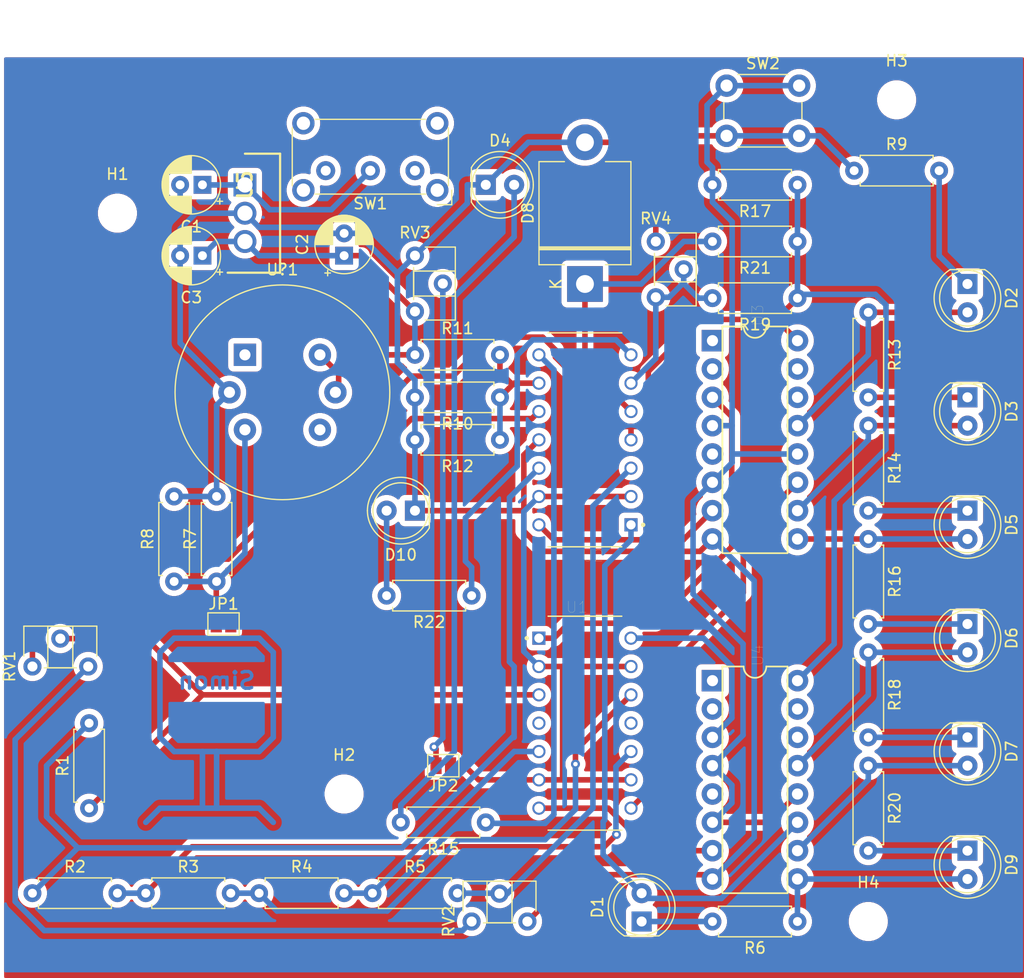
<source format=kicad_pcb>
(kicad_pcb (version 20171130) (host pcbnew "(5.1.10)-1")
  (layers (0 F.Cu signal) (31 B.Cu signal) (34 B.Paste user) (35 F.Paste user) (36 B.SilkS user) (37 F.SilkS user) (38 B.Mask user) (39 F.Mask user) (44 Edge.Cuts user))
  (net 0 "")
  (net 1 GND)
  (net 2 "Net-(C1-Pad1)")
  (net 3 "Net-(C2-Pad1)")
  (net 4 /I)
  (net 5 "Net-(D1-Pad1)")
  (net 6 "Net-(D2-Pad2)")
  (net 7 "Net-(D2-Pad1)")
  (net 8 "Net-(D3-Pad2)")
  (net 9 "Net-(D3-Pad1)")
  (net 10 "Net-(D4-Pad2)")
  (net 11 "Net-(D5-Pad2)")
  (net 12 "Net-(D5-Pad1)")
  (net 13 "Net-(D6-Pad2)")
  (net 14 "Net-(D6-Pad1)")
  (net 15 "Net-(D7-Pad2)")
  (net 16 "Net-(D7-Pad1)")
  (net 17 "Net-(D8-Pad1)")
  (net 18 /B)
  (net 19 "Net-(D9-Pad1)")
  (net 20 "Net-(D10-Pad2)")
  (net 21 "Net-(JP1-Pad1)")
  (net 22 "Net-(JP1-Pad2)")
  (net 23 /A)
  (net 24 "Net-(JP2-Pad2)")
  (net 25 "Net-(R1-Pad2)")
  (net 26 "Net-(R1-Pad1)")
  (net 27 "Net-(R2-Pad2)")
  (net 28 "Net-(R3-Pad2)")
  (net 29 "Net-(R4-Pad2)")
  (net 30 "Net-(R5-Pad2)")
  (net 31 "Net-(R10-Pad1)")
  (net 32 "Net-(R15-Pad1)")
  (net 33 /C)
  (net 34 +5V)
  (net 35 "Net-(R19-Pad2)")
  (net 36 "Net-(R22-Pad1)")
  (net 37 "Net-(RV1-Pad3)")
  (net 38 +12V)
  (net 39 /G)
  (net 40 /F)
  (net 41 /H)
  (net 42 /D)
  (net 43 /E)
  (net 44 "Net-(U3-Pad15)")
  (net 45 "Net-(U3-Pad14)")
  (net 46 "Net-(U3-Pad5)")
  (net 47 "Net-(U3-Pad1)")
  (net 48 "Net-(U4-Pad15)")
  (net 49 "Net-(U4-Pad14)")
  (net 50 "Net-(U4-Pad5)")
  (net 51 "Net-(U4-Pad1)")
  (net 52 "Net-(U?1-Pad4)")
  (net 53 "Net-(U?1-Pad1)")
  (module MountingHole:MountingHole_2.5mm (layer F.Cu) (at 194.31 128.27)
    (fp_text reference H4 (at 0 -3.5) (layer F.SilkS))
    (fp_text value MountingHole)
    (pad 1 np_thru_hole circle (at 0 0) (size 2.5 2.5) (drill 2.5) (layers *.Cu *.Mask))
  )
  (module MountingHole:MountingHole_2.5mm (layer F.Cu) (at 196.85 54.61)
    (fp_text reference H3 (at 0 -3.5) (layer F.SilkS))
    (fp_text value MountingHole)
    (pad 1 np_thru_hole circle (at 0 0) (size 2.5 2.5) (drill 2.5) (layers *.Cu *.Mask))
  )
  (module MountingHole:MountingHole_2.5mm (layer F.Cu) (at 147.32 116.84)
    (fp_text reference H2 (at 0 -3.5) (layer F.SilkS))
    (fp_text value MountingHole)
    (pad 1 np_thru_hole circle (at 0 0) (size 2.5 2.5) (drill 2.5) (layers *.Cu *.Mask))
  )
  (module MountingHole:MountingHole_2.5mm (layer F.Cu) (at 127 64.77)
    (fp_text reference H1 (at 0 -3.5) (layer F.SilkS))
    (fp_text value MountingHole)
    (pad 1 np_thru_hole circle (at 0 0) (size 2.5 2.5) (drill 2.5) (layers *.Cu *.Mask))
  )
  (module Button_Switch_THT:SW_PUSH_6mm_H7.3mm (layer F.Cu) (at 181.61 53.34)
    (fp_text reference SW2 (at 3.25 -2) (layer F.SilkS))
    (fp_text value SW_Push)
    (pad 1 thru_hole circle (at 6.5 0 90) (size 2 2) (drill 1.1) (layers *.Cu *.Mask) (net 33 /C))
    (pad 2 thru_hole circle (at 6.5 4.5 90) (size 2 2) (drill 1.1) (layers *.Cu *.Mask) (net 1 GND))
    (pad 1 thru_hole circle (at 0 0 90) (size 2 2) (drill 1.1) (layers *.Cu *.Mask) (net 33 /C))
    (pad 2 thru_hole circle (at 0 4.5 90) (size 2 2) (drill 1.1) (layers *.Cu *.Mask) (net 1 GND))
  )
  (module Button_Switch_THT:SW_E-Switch_EG1224_SPDT_Angled (layer F.Cu) (at 153.67 60.96 180)
    (fp_text reference SW1 (at 4 -2.95) (layer F.SilkS))
    (fp_text value SW_DPST_x2)
    (pad 3 thru_hole circle (at 8 0 180) (size 1.7 1.7) (drill 0.9) (layers *.Cu *.Mask))
    (pad 2 thru_hole circle (at 4 0 180) (size 1.7 1.7) (drill 0.9) (layers *.Cu *.Mask) (net 2 "Net-(C1-Pad1)"))
    (pad 1 thru_hole circle (at 0 0 180) (size 1.7 1.7) (drill 0.9) (layers *.Cu *.Mask) (net 38 +12V))
    (pad "" thru_hole circle (at -2 4.25 180) (size 2 2) (drill 1.2) (layers *.Cu *.Mask))
    (pad "" thru_hole circle (at 10 4.25 180) (size 2 2) (drill 1.2) (layers *.Cu *.Mask))
    (pad "" thru_hole circle (at 10 -1.75 180) (size 2 2) (drill 1.2) (layers *.Cu *.Mask))
    (pad "" thru_hole circle (at -2 -1.75 180) (size 2 2) (drill 1.2) (layers *.Cu *.Mask))
  )
  (module Diode_THT:D_5KPW_P12.70mm_Horizontal (layer F.Cu) (at 168.91 71.12 90)
    (fp_text reference D8 (at 6.35 -5.12 90) (layer F.SilkS))
    (fp_text value D_Zener_ALT)
    (fp_text user K (at 0 -2.6 90) (layer F.SilkS))
    (pad 2 thru_hole oval (at 12.7 0 90) (size 3.2 3.2) (drill 1.6) (layers *.Cu *.Mask) (net 1 GND))
    (pad 1 thru_hole rect (at 0 0 90) (size 3.2 3.2) (drill 1.6) (layers *.Cu *.Mask) (net 17 "Net-(D8-Pad1)"))
  )
  (module Sensor:MQ-6 (layer F.Cu) (at 138.43 77.47)
    (fp_text reference U?1 (at 3.36 -7.64) (layer F.SilkS))
    (fp_text value MQ-6)
    (pad 6 thru_hole circle (at 6.72 0 270) (size 2 2) (drill 1) (layers *.Cu *.Mask) (net 3 "Net-(C2-Pad1)"))
    (pad 4 thru_hole circle (at 6.72 6.72 180) (size 2 2) (drill 1) (layers *.Cu *.Mask) (net 52 "Net-(U?1-Pad4)"))
    (pad 3 thru_hole circle (at 0 6.72 90) (size 2 2) (drill 1) (layers *.Cu *.Mask) (net 21 "Net-(JP1-Pad1)"))
    (pad 1 thru_hole rect (at 0 0) (size 2 2) (drill 1) (layers *.Cu *.Mask) (net 53 "Net-(U?1-Pad1)"))
    (pad 5 thru_hole circle (at 8.11 3.36) (size 2 2) (drill 1) (layers *.Cu *.Mask) (net 3 "Net-(C2-Pad1)"))
    (pad 2 thru_hole circle (at -1.39 3.36) (size 2 2) (drill 1) (layers *.Cu *.Mask) (net 1 GND))
  )
  (module LM7805:TO254P470X1016X2019-3P (layer F.Cu) (at 138.43 62.24 270)
    (fp_text reference U5 (at 0 0 90) (layer F.SilkS) (effects (font (size 1.27 1.27) (thickness 0.254))))
    (fp_text value L7805 hide)
    (pad 3 thru_hole circle (at 5.07 0 270) (size 2.055 2.055) (drill 1.37) (layers *.Cu *.Mask) (net 3 "Net-(C2-Pad1)"))
    (pad 2 thru_hole circle (at 2.535 0 270) (size 2.055 2.055) (drill 1.37) (layers *.Cu *.Mask) (net 1 GND))
    (pad 1 thru_hole rect (at 0 0 270) (size 2.055 2.055) (drill 1.37) (layers *.Cu *.Mask) (net 2 "Net-(C1-Pad1)"))
  )
  (module Battery:DIL16 (layer F.Cu) (at 184.15 115.57 270)
    (fp_text reference U4 (at -11.176 -0.254 270) (layer F.SilkS) (effects (font (thickness 0.015))))
    (fp_text value 4044)
    (pad 16 thru_hole circle (at -8.89 -3.81 270) (size 1.9304 1.9304) (drill 1) (layers *.Cu *.Mask) (net 34 +5V))
    (pad 15 thru_hole circle (at -6.35 -3.81 270) (size 1.9304 1.9304) (drill 1) (layers *.Cu *.Mask) (net 48 "Net-(U4-Pad15)"))
    (pad 14 thru_hole circle (at -3.81 -3.81 270) (size 1.9304 1.9304) (drill 1) (layers *.Cu *.Mask) (net 49 "Net-(U4-Pad14)"))
    (pad 13 thru_hole circle (at -1.27 -3.81 270) (size 1.9304 1.9304) (drill 1) (layers *.Cu *.Mask) (net 13 "Net-(D6-Pad2)"))
    (pad 12 thru_hole circle (at 1.27 -3.81 270) (size 1.9304 1.9304) (drill 1) (layers *.Cu *.Mask) (net 33 /C))
    (pad 11 thru_hole circle (at 3.81 -3.81 270) (size 1.9304 1.9304) (drill 1) (layers *.Cu *.Mask) (net 4 /I))
    (pad 10 thru_hole circle (at 6.35 -3.81 270) (size 1.9304 1.9304) (drill 1) (layers *.Cu *.Mask) (net 15 "Net-(D7-Pad2)"))
    (pad 9 thru_hole circle (at 8.89 -3.81 270) (size 1.9304 1.9304) (drill 1) (layers *.Cu *.Mask) (net 18 /B))
    (pad 5 thru_hole circle (at 1.27 3.81 270) (size 1.9304 1.9304) (drill 1) (layers *.Cu *.Mask) (net 50 "Net-(U4-Pad5)"))
    (pad 6 thru_hole circle (at 3.81 3.81 270) (size 1.9304 1.9304) (drill 1) (layers *.Cu *.Mask) (net 33 /C))
    (pad 4 thru_hole circle (at -1.27 3.81 270) (size 1.9304 1.9304) (drill 1) (layers *.Cu *.Mask) (net 33 /C))
    (pad 3 thru_hole circle (at -3.81 3.81 270) (size 1.9304 1.9304) (drill 1) (layers *.Cu *.Mask) (net 39 /G))
    (pad 8 thru_hole circle (at 8.89 3.81 270) (size 1.9304 1.9304) (drill 1) (layers *.Cu *.Mask) (net 1 GND))
    (pad 7 thru_hole circle (at 6.35 3.81 270) (size 1.9304 1.9304) (drill 1) (layers *.Cu *.Mask) (net 41 /H))
    (pad 2 thru_hole circle (at -6.35 3.81 270) (size 1.9304 1.9304) (drill 1) (layers *.Cu *.Mask))
    (pad 1 thru_hole rect (at -8.89 3.81 270) (size 1.9304 1.9304) (drill 1) (layers *.Cu *.Mask) (net 51 "Net-(U4-Pad1)"))
  )
  (module Battery:DIL16 (layer F.Cu) (at 184.15 85.09 270)
    (fp_text reference U3 (at -11.176 -0.254 270) (layer F.SilkS) (effects (font (thickness 0.015))))
    (fp_text value 4044)
    (pad 16 thru_hole circle (at -8.89 -3.81 270) (size 1.9304 1.9304) (drill 1) (layers *.Cu *.Mask) (net 34 +5V))
    (pad 15 thru_hole circle (at -6.35 -3.81 270) (size 1.9304 1.9304) (drill 1) (layers *.Cu *.Mask) (net 44 "Net-(U3-Pad15)"))
    (pad 14 thru_hole circle (at -3.81 -3.81 270) (size 1.9304 1.9304) (drill 1) (layers *.Cu *.Mask) (net 45 "Net-(U3-Pad14)"))
    (pad 13 thru_hole circle (at -1.27 -3.81 270) (size 1.9304 1.9304) (drill 1) (layers *.Cu *.Mask) (net 6 "Net-(D2-Pad2)"))
    (pad 12 thru_hole circle (at 1.27 -3.81 270) (size 1.9304 1.9304) (drill 1) (layers *.Cu *.Mask) (net 33 /C))
    (pad 11 thru_hole circle (at 3.81 -3.81 270) (size 1.9304 1.9304) (drill 1) (layers *.Cu *.Mask) (net 40 /F))
    (pad 10 thru_hole circle (at 6.35 -3.81 270) (size 1.9304 1.9304) (drill 1) (layers *.Cu *.Mask) (net 8 "Net-(D3-Pad2)"))
    (pad 9 thru_hole circle (at 8.89 -3.81 270) (size 1.9304 1.9304) (drill 1) (layers *.Cu *.Mask) (net 11 "Net-(D5-Pad2)"))
    (pad 5 thru_hole circle (at 1.27 3.81 270) (size 1.9304 1.9304) (drill 1) (layers *.Cu *.Mask) (net 46 "Net-(U3-Pad5)"))
    (pad 6 thru_hole circle (at 3.81 3.81 270) (size 1.9304 1.9304) (drill 1) (layers *.Cu *.Mask) (net 33 /C))
    (pad 4 thru_hole circle (at -1.27 3.81 270) (size 1.9304 1.9304) (drill 1) (layers *.Cu *.Mask) (net 33 /C))
    (pad 3 thru_hole circle (at -3.81 3.81 270) (size 1.9304 1.9304) (drill 1) (layers *.Cu *.Mask) (net 42 /D))
    (pad 8 thru_hole circle (at 8.89 3.81 270) (size 1.9304 1.9304) (drill 1) (layers *.Cu *.Mask) (net 1 GND))
    (pad 7 thru_hole circle (at 6.35 3.81 270) (size 1.9304 1.9304) (drill 1) (layers *.Cu *.Mask) (net 43 /E))
    (pad 2 thru_hole circle (at -6.35 3.81 270) (size 1.9304 1.9304) (drill 1) (layers *.Cu *.Mask))
    (pad 1 thru_hole rect (at -8.89 3.81 270) (size 1.9304 1.9304) (drill 1) (layers *.Cu *.Mask) (net 47 "Net-(U3-Pad1)"))
  )
  (module Battery:DIP825W47P254L1917H533Q14 (layer F.Cu) (at 168.91 85.09 180)
    (fp_text reference U2 (at -0.717 -10.4005) (layer F.SilkS) (effects (font (thickness 0.015))))
    (fp_text value LM324)
    (pad 14 thru_hole circle (at 4.1275 -7.62 180) (size 1.18 1.18) (drill 0.83) (layers *.Cu *.Mask) (net 43 /E))
    (pad 13 thru_hole circle (at 4.1275 -5.08 180) (size 1.18 1.18) (drill 0.83) (layers *.Cu *.Mask) (net 23 /A))
    (pad 12 thru_hole circle (at 4.1275 -2.54 180) (size 1.18 1.18) (drill 0.83) (layers *.Cu *.Mask) (net 25 "Net-(R1-Pad2)"))
    (pad 11 thru_hole circle (at 4.1275 0 180) (size 1.18 1.18) (drill 0.83) (layers *.Cu *.Mask) (net 1 GND))
    (pad 10 thru_hole circle (at 4.1275 2.54 180) (size 1.18 1.18) (drill 0.83) (layers *.Cu *.Mask) (net 22 "Net-(JP1-Pad2)"))
    (pad 9 thru_hole circle (at 4.1275 5.08 180) (size 1.18 1.18) (drill 0.83) (layers *.Cu *.Mask) (net 31 "Net-(R10-Pad1)"))
    (pad 8 thru_hole circle (at 4.1275 7.62 180) (size 1.18 1.18) (drill 0.83) (layers *.Cu *.Mask) (net 32 "Net-(R15-Pad1)"))
    (pad 7 thru_hole circle (at -4.1275 7.62 180) (size 1.18 1.18) (drill 0.83) (layers *.Cu *.Mask) (net 36 "Net-(R22-Pad1)"))
    (pad 6 thru_hole circle (at -4.1275 5.08 180) (size 1.18 1.18) (drill 0.83) (layers *.Cu *.Mask) (net 35 "Net-(R19-Pad2)"))
    (pad 5 thru_hole circle (at -4.1275 2.54 180) (size 1.18 1.18) (drill 0.83) (layers *.Cu *.Mask) (net 17 "Net-(D8-Pad1)"))
    (pad 4 thru_hole circle (at -4.1275 0 180) (size 1.18 1.18) (drill 0.83) (layers *.Cu *.Mask) (net 34 +5V))
    (pad 3 thru_hole circle (at -4.1275 -2.54 180) (size 1.18 1.18) (drill 0.83) (layers *.Cu *.Mask) (net 30 "Net-(R5-Pad2)"))
    (pad 2 thru_hole circle (at -4.1275 -5.08 180) (size 1.18 1.18) (drill 0.83) (layers *.Cu *.Mask) (net 23 /A))
    (pad 1 thru_hole rect (at -4.1275 -7.62 180) (size 1.18 1.18) (drill 0.83) (layers *.Cu *.Mask) (net 4 /I))
  )
  (module Battery:DIP825W47P254L1917H533Q14 (layer F.Cu) (at 168.91 110.49)
    (fp_text reference U1 (at -0.717 -10.4005) (layer F.SilkS) (effects (font (thickness 0.015))))
    (fp_text value LM324A)
    (pad 14 thru_hole circle (at 4.1275 -7.62) (size 1.18 1.18) (drill 0.83) (layers *.Cu *.Mask) (net 39 /G))
    (pad 13 thru_hole circle (at 4.1275 -5.08) (size 1.18 1.18) (drill 0.83) (layers *.Cu *.Mask) (net 23 /A))
    (pad 12 thru_hole circle (at 4.1275 -2.54) (size 1.18 1.18) (drill 0.83) (layers *.Cu *.Mask) (net 28 "Net-(R3-Pad2)"))
    (pad 11 thru_hole circle (at 4.1275 0) (size 1.18 1.18) (drill 0.83) (layers *.Cu *.Mask))
    (pad 10 thru_hole circle (at 4.1275 2.54) (size 1.18 1.18) (drill 0.83) (layers *.Cu *.Mask) (net 27 "Net-(R2-Pad2)"))
    (pad 9 thru_hole circle (at 4.1275 5.08) (size 1.18 1.18) (drill 0.83) (layers *.Cu *.Mask) (net 23 /A))
    (pad 8 thru_hole circle (at 4.1275 7.62) (size 1.18 1.18) (drill 0.83) (layers *.Cu *.Mask) (net 40 /F))
    (pad 7 thru_hole circle (at -4.1275 7.62) (size 1.18 1.18) (drill 0.83) (layers *.Cu *.Mask) (net 41 /H))
    (pad 6 thru_hole circle (at -4.1275 5.08) (size 1.18 1.18) (drill 0.83) (layers *.Cu *.Mask) (net 23 /A))
    (pad 5 thru_hole circle (at -4.1275 2.54) (size 1.18 1.18) (drill 0.83) (layers *.Cu *.Mask) (net 29 "Net-(R4-Pad2)"))
    (pad 4 thru_hole circle (at -4.1275 0) (size 1.18 1.18) (drill 0.83) (layers *.Cu *.Mask))
    (pad 3 thru_hole circle (at -4.1275 -2.54) (size 1.18 1.18) (drill 0.83) (layers *.Cu *.Mask) (net 26 "Net-(R1-Pad1)"))
    (pad 2 thru_hole circle (at -4.1275 -5.08) (size 1.18 1.18) (drill 0.83) (layers *.Cu *.Mask) (net 23 /A))
    (pad 1 thru_hole rect (at -4.1275 -7.62) (size 1.18 1.18) (drill 0.83) (layers *.Cu *.Mask) (net 42 /D))
  )
  (module Potentiometer_THT:Potentiometer_ACP_CA6-H2,5_Horizontal (layer F.Cu) (at 175.26 67.31)
    (fp_text reference RV4 (at 0 -2.06) (layer F.SilkS))
    (fp_text value R_POT_TRIM)
    (pad 1 thru_hole circle (at 0 0) (size 1.62 1.62) (drill 0.9) (layers *.Cu *.Mask) (net 1 GND))
    (pad 2 thru_hole circle (at 2.5 2.5) (size 1.62 1.62) (drill 0.9) (layers *.Cu *.Mask) (net 35 "Net-(R19-Pad2)"))
    (pad 3 thru_hole circle (at 0 5) (size 1.62 1.62) (drill 0.9) (layers *.Cu *.Mask) (net 35 "Net-(R19-Pad2)"))
  )
  (module Potentiometer_THT:Potentiometer_ACP_CA6-H2,5_Horizontal (layer F.Cu) (at 153.67 68.58)
    (fp_text reference RV3 (at 0 -2.06) (layer F.SilkS))
    (fp_text value R_POT_TRIM)
    (pad 1 thru_hole circle (at 0 0) (size 1.62 1.62) (drill 0.9) (layers *.Cu *.Mask) (net 1 GND))
    (pad 2 thru_hole circle (at 2.5 2.5) (size 1.62 1.62) (drill 0.9) (layers *.Cu *.Mask) (net 24 "Net-(JP2-Pad2)"))
    (pad 3 thru_hole circle (at 0 5) (size 1.62 1.62) (drill 0.9) (layers *.Cu *.Mask) (net 3 "Net-(C2-Pad1)"))
  )
  (module Potentiometer_THT:Potentiometer_ACP_CA6-H2,5_Horizontal (layer F.Cu) (at 158.75 128.27 90)
    (fp_text reference RV2 (at 0 -2.06 90) (layer F.SilkS))
    (fp_text value R_POT_TRIM)
    (pad 1 thru_hole circle (at 0 0 90) (size 1.62 1.62) (drill 0.9) (layers *.Cu *.Mask) (net 37 "Net-(RV1-Pad3)"))
    (pad 2 thru_hole circle (at 2.5 2.5 90) (size 1.62 1.62) (drill 0.9) (layers *.Cu *.Mask) (net 30 "Net-(R5-Pad2)"))
    (pad 3 thru_hole circle (at 0 5 90) (size 1.62 1.62) (drill 0.9) (layers *.Cu *.Mask) (net 1 GND))
  )
  (module Potentiometer_THT:Potentiometer_ACP_CA6-H2,5_Horizontal (layer F.Cu) (at 119.38 105.41 90)
    (fp_text reference RV1 (at 0 -2.06 90) (layer F.SilkS))
    (fp_text value R_POT_TRIM)
    (pad 1 thru_hole circle (at 0 0 90) (size 1.62 1.62) (drill 0.9) (layers *.Cu *.Mask) (net 34 +5V))
    (pad 2 thru_hole circle (at 2.5 2.5 90) (size 1.62 1.62) (drill 0.9) (layers *.Cu *.Mask) (net 26 "Net-(R1-Pad1)"))
    (pad 3 thru_hole circle (at 0 5 90) (size 1.62 1.62) (drill 0.9) (layers *.Cu *.Mask) (net 37 "Net-(RV1-Pad3)"))
  )
  (module Resistor_THT:R_Axial_DIN0207_L6.3mm_D2.5mm_P7.62mm_Horizontal (layer F.Cu) (at 158.75 99.06 180)
    (fp_text reference R22 (at 3.81 -2.37) (layer F.SilkS))
    (fp_text value R)
    (pad 2 thru_hole oval (at 7.62 0 180) (size 1.6 1.6) (drill 0.8) (layers *.Cu *.Mask) (net 20 "Net-(D10-Pad2)"))
    (pad 1 thru_hole circle (at 0 0 180) (size 1.6 1.6) (drill 0.8) (layers *.Cu *.Mask) (net 36 "Net-(R22-Pad1)"))
  )
  (module Resistor_THT:R_Axial_DIN0207_L6.3mm_D2.5mm_P7.62mm_Horizontal (layer F.Cu) (at 187.96 67.31 180)
    (fp_text reference R21 (at 3.81 -2.37) (layer F.SilkS))
    (fp_text value R)
    (pad 2 thru_hole oval (at 7.62 0 180) (size 1.6 1.6) (drill 0.8) (layers *.Cu *.Mask) (net 17 "Net-(D8-Pad1)"))
    (pad 1 thru_hole circle (at 0 0 180) (size 1.6 1.6) (drill 0.8) (layers *.Cu *.Mask) (net 34 +5V))
  )
  (module Resistor_THT:R_Axial_DIN0207_L6.3mm_D2.5mm_P7.62mm_Horizontal (layer F.Cu) (at 194.31 114.3 270)
    (fp_text reference R20 (at 3.81 -2.37 90) (layer F.SilkS))
    (fp_text value R)
    (pad 2 thru_hole oval (at 7.62 0 270) (size 1.6 1.6) (drill 0.8) (layers *.Cu *.Mask) (net 19 "Net-(D9-Pad1)"))
    (pad 1 thru_hole circle (at 0 0 270) (size 1.6 1.6) (drill 0.8) (layers *.Cu *.Mask) (net 15 "Net-(D7-Pad2)"))
  )
  (module Resistor_THT:R_Axial_DIN0207_L6.3mm_D2.5mm_P7.62mm_Horizontal (layer F.Cu) (at 187.96 72.39 180)
    (fp_text reference R19 (at 3.81 -2.37) (layer F.SilkS))
    (fp_text value R)
    (pad 2 thru_hole oval (at 7.62 0 180) (size 1.6 1.6) (drill 0.8) (layers *.Cu *.Mask) (net 35 "Net-(R19-Pad2)"))
    (pad 1 thru_hole circle (at 0 0 180) (size 1.6 1.6) (drill 0.8) (layers *.Cu *.Mask) (net 34 +5V))
  )
  (module Resistor_THT:R_Axial_DIN0207_L6.3mm_D2.5mm_P7.62mm_Horizontal (layer F.Cu) (at 194.31 104.14 270)
    (fp_text reference R18 (at 3.81 -2.37 90) (layer F.SilkS))
    (fp_text value R)
    (pad 2 thru_hole oval (at 7.62 0 270) (size 1.6 1.6) (drill 0.8) (layers *.Cu *.Mask) (net 16 "Net-(D7-Pad1)"))
    (pad 1 thru_hole circle (at 0 0 270) (size 1.6 1.6) (drill 0.8) (layers *.Cu *.Mask) (net 13 "Net-(D6-Pad2)"))
  )
  (module Resistor_THT:R_Axial_DIN0207_L6.3mm_D2.5mm_P7.62mm_Horizontal (layer F.Cu) (at 187.96 62.23 180)
    (fp_text reference R17 (at 3.81 -2.37) (layer F.SilkS))
    (fp_text value R)
    (pad 2 thru_hole oval (at 7.62 0 180) (size 1.6 1.6) (drill 0.8) (layers *.Cu *.Mask) (net 33 /C))
    (pad 1 thru_hole circle (at 0 0 180) (size 1.6 1.6) (drill 0.8) (layers *.Cu *.Mask) (net 34 +5V))
  )
  (module Resistor_THT:R_Axial_DIN0207_L6.3mm_D2.5mm_P7.62mm_Horizontal (layer F.Cu) (at 194.31 93.98 270)
    (fp_text reference R16 (at 3.81 -2.37 90) (layer F.SilkS))
    (fp_text value R)
    (pad 2 thru_hole oval (at 7.62 0 270) (size 1.6 1.6) (drill 0.8) (layers *.Cu *.Mask) (net 14 "Net-(D6-Pad1)"))
    (pad 1 thru_hole circle (at 0 0 270) (size 1.6 1.6) (drill 0.8) (layers *.Cu *.Mask) (net 11 "Net-(D5-Pad2)"))
  )
  (module Resistor_THT:R_Axial_DIN0207_L6.3mm_D2.5mm_P7.62mm_Horizontal (layer F.Cu) (at 160.02 119.38 180)
    (fp_text reference R15 (at 3.81 -2.37) (layer F.SilkS))
    (fp_text value R)
    (pad 2 thru_hole oval (at 7.62 0 180) (size 1.6 1.6) (drill 0.8) (layers *.Cu *.Mask) (net 10 "Net-(D4-Pad2)"))
    (pad 1 thru_hole circle (at 0 0 180) (size 1.6 1.6) (drill 0.8) (layers *.Cu *.Mask) (net 32 "Net-(R15-Pad1)"))
  )
  (module Resistor_THT:R_Axial_DIN0207_L6.3mm_D2.5mm_P7.62mm_Horizontal (layer F.Cu) (at 194.31 83.82 270)
    (fp_text reference R14 (at 3.81 -2.37 90) (layer F.SilkS))
    (fp_text value R)
    (pad 2 thru_hole oval (at 7.62 0 270) (size 1.6 1.6) (drill 0.8) (layers *.Cu *.Mask) (net 12 "Net-(D5-Pad1)"))
    (pad 1 thru_hole circle (at 0 0 270) (size 1.6 1.6) (drill 0.8) (layers *.Cu *.Mask) (net 8 "Net-(D3-Pad2)"))
  )
  (module Resistor_THT:R_Axial_DIN0207_L6.3mm_D2.5mm_P7.62mm_Horizontal (layer F.Cu) (at 194.31 73.66 270)
    (fp_text reference R13 (at 3.81 -2.37 90) (layer F.SilkS))
    (fp_text value R)
    (pad 2 thru_hole oval (at 7.62 0 270) (size 1.6 1.6) (drill 0.8) (layers *.Cu *.Mask) (net 9 "Net-(D3-Pad1)"))
    (pad 1 thru_hole circle (at 0 0 270) (size 1.6 1.6) (drill 0.8) (layers *.Cu *.Mask) (net 6 "Net-(D2-Pad2)"))
  )
  (module Resistor_THT:R_Axial_DIN0207_L6.3mm_D2.5mm_P7.62mm_Horizontal (layer F.Cu) (at 161.29 85.09 180)
    (fp_text reference R12 (at 3.81 -2.37) (layer F.SilkS))
    (fp_text value R)
    (pad 2 thru_hole oval (at 7.62 0 180) (size 1.6 1.6) (drill 0.8) (layers *.Cu *.Mask) (net 1 GND))
    (pad 1 thru_hole circle (at 0 0 180) (size 1.6 1.6) (drill 0.8) (layers *.Cu *.Mask) (net 31 "Net-(R10-Pad1)"))
  )
  (module Resistor_THT:R_Axial_DIN0207_L6.3mm_D2.5mm_P7.62mm_Horizontal (layer F.Cu) (at 153.67 77.47)
    (fp_text reference R11 (at 3.81 -2.37) (layer F.SilkS))
    (fp_text value R)
    (pad 2 thru_hole oval (at 7.62 0) (size 1.6 1.6) (drill 0.8) (layers *.Cu *.Mask) (net 31 "Net-(R10-Pad1)"))
    (pad 1 thru_hole circle (at 0 0) (size 1.6 1.6) (drill 0.8) (layers *.Cu *.Mask) (net 3 "Net-(C2-Pad1)"))
  )
  (module Resistor_THT:R_Axial_DIN0207_L6.3mm_D2.5mm_P7.62mm_Horizontal (layer F.Cu) (at 161.29 81.28 180)
    (fp_text reference R10 (at 3.81 -2.37) (layer F.SilkS))
    (fp_text value R)
    (pad 2 thru_hole oval (at 7.62 0 180) (size 1.6 1.6) (drill 0.8) (layers *.Cu *.Mask) (net 1 GND))
    (pad 1 thru_hole circle (at 0 0 180) (size 1.6 1.6) (drill 0.8) (layers *.Cu *.Mask) (net 31 "Net-(R10-Pad1)"))
  )
  (module Resistor_THT:R_Axial_DIN0207_L6.3mm_D2.5mm_P7.62mm_Horizontal (layer F.Cu) (at 193.04 60.96)
    (fp_text reference R9 (at 3.81 -2.37) (layer F.SilkS))
    (fp_text value R)
    (pad 2 thru_hole oval (at 7.62 0) (size 1.6 1.6) (drill 0.8) (layers *.Cu *.Mask) (net 7 "Net-(D2-Pad1)"))
    (pad 1 thru_hole circle (at 0 0) (size 1.6 1.6) (drill 0.8) (layers *.Cu *.Mask) (net 1 GND))
  )
  (module Resistor_THT:R_Axial_DIN0207_L6.3mm_D2.5mm_P7.62mm_Horizontal (layer F.Cu) (at 132.08 97.79 90)
    (fp_text reference R8 (at 3.81 -2.37 90) (layer F.SilkS))
    (fp_text value R)
    (pad 2 thru_hole oval (at 7.62 0 90) (size 1.6 1.6) (drill 0.8) (layers *.Cu *.Mask) (net 1 GND))
    (pad 1 thru_hole circle (at 0 0 90) (size 1.6 1.6) (drill 0.8) (layers *.Cu *.Mask) (net 21 "Net-(JP1-Pad1)"))
  )
  (module Resistor_THT:R_Axial_DIN0207_L6.3mm_D2.5mm_P7.62mm_Horizontal (layer F.Cu) (at 135.89 97.79 90)
    (fp_text reference R7 (at 3.81 -2.37 90) (layer F.SilkS))
    (fp_text value R)
    (pad 2 thru_hole oval (at 7.62 0 90) (size 1.6 1.6) (drill 0.8) (layers *.Cu *.Mask) (net 1 GND))
    (pad 1 thru_hole circle (at 0 0 90) (size 1.6 1.6) (drill 0.8) (layers *.Cu *.Mask) (net 21 "Net-(JP1-Pad1)"))
  )
  (module Resistor_THT:R_Axial_DIN0207_L6.3mm_D2.5mm_P7.62mm_Horizontal (layer F.Cu) (at 187.96 128.27 180)
    (fp_text reference R6 (at 3.81 -2.37) (layer F.SilkS))
    (fp_text value R)
    (pad 2 thru_hole oval (at 7.62 0 180) (size 1.6 1.6) (drill 0.8) (layers *.Cu *.Mask) (net 5 "Net-(D1-Pad1)"))
    (pad 1 thru_hole circle (at 0 0 180) (size 1.6 1.6) (drill 0.8) (layers *.Cu *.Mask) (net 18 /B))
  )
  (module Resistor_THT:R_Axial_DIN0207_L6.3mm_D2.5mm_P7.62mm_Horizontal (layer F.Cu) (at 149.86 125.73)
    (fp_text reference R5 (at 3.81 -2.37) (layer F.SilkS))
    (fp_text value R)
    (pad 2 thru_hole oval (at 7.62 0) (size 1.6 1.6) (drill 0.8) (layers *.Cu *.Mask) (net 30 "Net-(R5-Pad2)"))
    (pad 1 thru_hole circle (at 0 0) (size 1.6 1.6) (drill 0.8) (layers *.Cu *.Mask) (net 29 "Net-(R4-Pad2)"))
  )
  (module Resistor_THT:R_Axial_DIN0207_L6.3mm_D2.5mm_P7.62mm_Horizontal (layer F.Cu) (at 139.7 125.73)
    (fp_text reference R4 (at 3.81 -2.37) (layer F.SilkS))
    (fp_text value R)
    (pad 2 thru_hole oval (at 7.62 0) (size 1.6 1.6) (drill 0.8) (layers *.Cu *.Mask) (net 29 "Net-(R4-Pad2)"))
    (pad 1 thru_hole circle (at 0 0) (size 1.6 1.6) (drill 0.8) (layers *.Cu *.Mask) (net 28 "Net-(R3-Pad2)"))
  )
  (module Resistor_THT:R_Axial_DIN0207_L6.3mm_D2.5mm_P7.62mm_Horizontal (layer F.Cu) (at 129.54 125.73)
    (fp_text reference R3 (at 3.81 -2.37) (layer F.SilkS))
    (fp_text value R)
    (pad 2 thru_hole oval (at 7.62 0) (size 1.6 1.6) (drill 0.8) (layers *.Cu *.Mask) (net 28 "Net-(R3-Pad2)"))
    (pad 1 thru_hole circle (at 0 0) (size 1.6 1.6) (drill 0.8) (layers *.Cu *.Mask) (net 27 "Net-(R2-Pad2)"))
  )
  (module Resistor_THT:R_Axial_DIN0207_L6.3mm_D2.5mm_P7.62mm_Horizontal (layer F.Cu) (at 119.38 125.73)
    (fp_text reference R2 (at 3.81 -2.37) (layer F.SilkS))
    (fp_text value R)
    (pad 2 thru_hole oval (at 7.62 0) (size 1.6 1.6) (drill 0.8) (layers *.Cu *.Mask) (net 27 "Net-(R2-Pad2)"))
    (pad 1 thru_hole circle (at 0 0) (size 1.6 1.6) (drill 0.8) (layers *.Cu *.Mask) (net 25 "Net-(R1-Pad2)"))
  )
  (module Resistor_THT:R_Axial_DIN0207_L6.3mm_D2.5mm_P7.62mm_Horizontal (layer F.Cu) (at 124.46 118.11 90)
    (fp_text reference R1 (at 3.81 -2.37 90) (layer F.SilkS))
    (fp_text value R)
    (pad 2 thru_hole oval (at 7.62 0 90) (size 1.6 1.6) (drill 0.8) (layers *.Cu *.Mask) (net 25 "Net-(R1-Pad2)"))
    (pad 1 thru_hole circle (at 0 0 90) (size 1.6 1.6) (drill 0.8) (layers *.Cu *.Mask) (net 26 "Net-(R1-Pad1)"))
  )
  (module Jumper:SolderJumper-2_P1.3mm_Open_Pad1.0x1.5mm (layer F.Cu) (at 156.21 114.3 180)
    (fp_text reference JP2 (at 0 -1.8) (layer F.SilkS))
    (fp_text value Jumper_NO_Small)
    (pad 1 smd rect (at -0.65 0 180) (size 1 1.5) (layers F.Cu F.Mask) (net 23 /A))
    (pad 2 smd rect (at 0.65 0 180) (size 1 1.5) (layers F.Cu F.Mask) (net 24 "Net-(JP2-Pad2)"))
  )
  (module Jumper:SolderJumper-2_P1.3mm_Open_Pad1.0x1.5mm (layer F.Cu) (at 136.51 101.6)
    (fp_text reference JP1 (at 0 -1.8) (layer F.SilkS))
    (fp_text value Jumper_NO_Small)
    (pad 1 smd rect (at -0.65 0) (size 1 1.5) (layers F.Cu F.Mask) (net 21 "Net-(JP1-Pad1)"))
    (pad 2 smd rect (at 0.65 0) (size 1 1.5) (layers F.Cu F.Mask) (net 22 "Net-(JP1-Pad2)"))
  )
  (module LED_THT:LED_D5.0mm (layer F.Cu) (at 153.67 91.44 180)
    (fp_text reference D10 (at 1.27 -3.96) (layer F.SilkS))
    (fp_text value LED_ALT)
    (pad 2 thru_hole circle (at 2.54 0 180) (size 1.8 1.8) (drill 0.9) (layers *.Cu *.Mask) (net 20 "Net-(D10-Pad2)"))
    (pad 1 thru_hole rect (at 0 0 180) (size 1.8 1.8) (drill 0.9) (layers *.Cu *.Mask) (net 1 GND))
  )
  (module LED_THT:LED_D5.0mm (layer F.Cu) (at 203.2 121.92 270)
    (fp_text reference D9 (at 1.27 -3.96 90) (layer F.SilkS))
    (fp_text value LED_ALT)
    (pad 2 thru_hole circle (at 2.54 0 270) (size 1.8 1.8) (drill 0.9) (layers *.Cu *.Mask) (net 18 /B))
    (pad 1 thru_hole rect (at 0 0 270) (size 1.8 1.8) (drill 0.9) (layers *.Cu *.Mask) (net 19 "Net-(D9-Pad1)"))
  )
  (module LED_THT:LED_D5.0mm (layer F.Cu) (at 203.2 111.76 270)
    (fp_text reference D7 (at 1.27 -3.96 90) (layer F.SilkS))
    (fp_text value LED_ALT)
    (pad 2 thru_hole circle (at 2.54 0 270) (size 1.8 1.8) (drill 0.9) (layers *.Cu *.Mask) (net 15 "Net-(D7-Pad2)"))
    (pad 1 thru_hole rect (at 0 0 270) (size 1.8 1.8) (drill 0.9) (layers *.Cu *.Mask) (net 16 "Net-(D7-Pad1)"))
  )
  (module LED_THT:LED_D5.0mm (layer F.Cu) (at 203.2 101.6 270)
    (fp_text reference D6 (at 1.27 -3.96 90) (layer F.SilkS))
    (fp_text value LED_ALT)
    (pad 2 thru_hole circle (at 2.54 0 270) (size 1.8 1.8) (drill 0.9) (layers *.Cu *.Mask) (net 13 "Net-(D6-Pad2)"))
    (pad 1 thru_hole rect (at 0 0 270) (size 1.8 1.8) (drill 0.9) (layers *.Cu *.Mask) (net 14 "Net-(D6-Pad1)"))
  )
  (module LED_THT:LED_D5.0mm (layer F.Cu) (at 203.2 91.44 270)
    (fp_text reference D5 (at 1.27 -3.96 90) (layer F.SilkS))
    (fp_text value LED_ALT)
    (pad 2 thru_hole circle (at 2.54 0 270) (size 1.8 1.8) (drill 0.9) (layers *.Cu *.Mask) (net 11 "Net-(D5-Pad2)"))
    (pad 1 thru_hole rect (at 0 0 270) (size 1.8 1.8) (drill 0.9) (layers *.Cu *.Mask) (net 12 "Net-(D5-Pad1)"))
  )
  (module LED_THT:LED_D5.0mm (layer F.Cu) (at 160.02 62.23)
    (fp_text reference D4 (at 1.27 -3.96) (layer F.SilkS))
    (fp_text value LED_ALT)
    (pad 2 thru_hole circle (at 2.54 0) (size 1.8 1.8) (drill 0.9) (layers *.Cu *.Mask) (net 10 "Net-(D4-Pad2)"))
    (pad 1 thru_hole rect (at 0 0) (size 1.8 1.8) (drill 0.9) (layers *.Cu *.Mask) (net 1 GND))
  )
  (module LED_THT:LED_D5.0mm (layer F.Cu) (at 203.2 81.28 270)
    (fp_text reference D3 (at 1.27 -3.96 90) (layer F.SilkS))
    (fp_text value LED_ALT)
    (pad 2 thru_hole circle (at 2.54 0 270) (size 1.8 1.8) (drill 0.9) (layers *.Cu *.Mask) (net 8 "Net-(D3-Pad2)"))
    (pad 1 thru_hole rect (at 0 0 270) (size 1.8 1.8) (drill 0.9) (layers *.Cu *.Mask) (net 9 "Net-(D3-Pad1)"))
  )
  (module LED_THT:LED_D5.0mm (layer F.Cu) (at 203.2 71.12 270)
    (fp_text reference D2 (at 1.27 -3.96 90) (layer F.SilkS))
    (fp_text value LED_ALT)
    (pad 2 thru_hole circle (at 2.54 0 270) (size 1.8 1.8) (drill 0.9) (layers *.Cu *.Mask) (net 6 "Net-(D2-Pad2)"))
    (pad 1 thru_hole rect (at 0 0 270) (size 1.8 1.8) (drill 0.9) (layers *.Cu *.Mask) (net 7 "Net-(D2-Pad1)"))
  )
  (module LED_THT:LED_D5.0mm (layer F.Cu) (at 173.99 128.27 90)
    (fp_text reference D1 (at 1.27 -3.96 90) (layer F.SilkS))
    (fp_text value LED_ALT)
    (pad 2 thru_hole circle (at 2.54 0 90) (size 1.8 1.8) (drill 0.9) (layers *.Cu *.Mask) (net 4 /I))
    (pad 1 thru_hole rect (at 0 0 90) (size 1.8 1.8) (drill 0.9) (layers *.Cu *.Mask) (net 5 "Net-(D1-Pad1)"))
  )
  (module Capacitor_THT:CP_Radial_D5.0mm_P2.00mm (layer F.Cu) (at 134.62 68.58 180)
    (fp_text reference C3 (at 1 -3.75) (layer F.SilkS))
    (fp_text value CP)
    (pad 2 thru_hole circle (at 2 0 180) (size 1.6 1.6) (drill 0.8) (layers *.Cu *.Mask) (net 1 GND))
    (pad 1 thru_hole rect (at 0 0 180) (size 1.6 1.6) (drill 0.8) (layers *.Cu *.Mask) (net 3 "Net-(C2-Pad1)"))
  )
  (module Capacitor_THT:CP_Radial_D5.0mm_P2.00mm (layer F.Cu) (at 147.32 68.58 90)
    (fp_text reference C2 (at 1 -3.75 90) (layer F.SilkS))
    (fp_text value C)
    (pad 2 thru_hole circle (at 2 0 90) (size 1.6 1.6) (drill 0.8) (layers *.Cu *.Mask) (net 1 GND))
    (pad 1 thru_hole rect (at 0 0 90) (size 1.6 1.6) (drill 0.8) (layers *.Cu *.Mask) (net 3 "Net-(C2-Pad1)"))
  )
  (module Capacitor_THT:CP_Radial_D5.0mm_P2.00mm (layer F.Cu) (at 134.62 62.23 180)
    (fp_text reference C1 (at 1 -3.75) (layer F.SilkS))
    (fp_text value C)
    (pad 2 thru_hole circle (at 2 0 180) (size 1.6 1.6) (drill 0.8) (layers *.Cu *.Mask) (net 1 GND))
    (pad 1 thru_hole rect (at 0 0 180) (size 1.6 1.6) (drill 0.8) (layers *.Cu *.Mask) (net 2 "Net-(C1-Pad1)"))
  )
  (gr_text "Simon\n" (at 135.89 106.68) (layer B.Cu) (effects (font (size 1.5 1.5) (thickness 0.3)) (justify mirror)))
  (segment (start 139.7 118.11) (end 140.97 119.38) (width 0.5) (layer B.Cu) (net 0))
  (segment (start 135.89 118.11) (end 139.7 118.11) (width 0.5) (layer B.Cu) (net 0))
  (segment (start 139.7 102.87) (end 140.97 104.14) (width 0.5) (layer B.Cu) (net 0))
  (segment (start 139.7 113.03) (end 135.89 113.03) (width 0.5) (layer B.Cu) (net 0))
  (segment (start 140.97 111.76) (end 139.7 113.03) (width 0.5) (layer B.Cu) (net 0))
  (segment (start 140.97 104.14) (end 140.97 111.76) (width 0.5) (layer B.Cu) (net 0))
  (segment (start 132.08 102.87) (end 139.7 102.87) (width 0.5) (layer B.Cu) (net 0))
  (segment (start 135.89 118.11) (end 134.62 118.11) (width 0.5) (layer B.Cu) (net 0))
  (segment (start 135.89 113.03) (end 135.89 118.11) (width 0.5) (layer B.Cu) (net 0))
  (segment (start 134.62 118.11) (end 134.62 113.03) (width 0.5) (layer B.Cu) (net 0))
  (segment (start 132.08 113.03) (end 130.81 111.76) (width 0.5) (layer B.Cu) (net 0))
  (segment (start 130.81 104.14) (end 132.08 102.87) (width 0.5) (layer B.Cu) (net 0))
  (segment (start 134.62 118.11) (end 130.81 118.11) (width 0.5) (layer B.Cu) (net 0))
  (segment (start 135.89 113.03) (end 132.08 113.03) (width 0.5) (layer B.Cu) (net 0))
  (segment (start 130.81 111.76) (end 130.81 104.14) (width 0.5) (layer B.Cu) (net 0))
  (segment (start 130.81 118.11) (end 129.54 119.38) (width 0.5) (layer B.Cu) (net 0))
  (segment (start 180.34 124.46) (end 179.9532 124.0732) (width 0.5) (layer F.Cu) (net 1))
  (segment (start 179.9532 124.0732) (end 167.9468 124.0732) (width 0.5) (layer F.Cu) (net 1))
  (segment (start 167.9468 124.0732) (end 163.75 128.27) (width 0.5) (layer F.Cu) (net 1))
  (segment (start 175.26 58.42) (end 175.26 67.31) (width 0.5) (layer F.Cu) (net 1))
  (segment (start 181.61 57.84) (end 175.84 57.84) (width 0.5) (layer F.Cu) (net 1))
  (segment (start 175.84 57.84) (end 175.26 58.42) (width 0.5) (layer F.Cu) (net 1))
  (segment (start 175.26 58.42) (end 171.2603 58.42) (width 0.5) (layer F.Cu) (net 1))
  (segment (start 163.431 91.44) (end 163.431 86.4415) (width 0.5) (layer F.Cu) (net 1))
  (segment (start 163.431 86.4415) (end 164.7825 85.09) (width 0.5) (layer F.Cu) (net 1))
  (segment (start 180.34 93.98) (end 179.2312 95.0888) (width 0.5) (layer F.Cu) (net 1))
  (segment (start 179.2312 95.0888) (end 165.2553 95.0888) (width 0.5) (layer F.Cu) (net 1))
  (segment (start 165.2553 95.0888) (end 163.431 93.2645) (width 0.5) (layer F.Cu) (net 1))
  (segment (start 163.431 93.2645) (end 163.431 91.44) (width 0.5) (layer F.Cu) (net 1))
  (segment (start 155.3203 91.44) (end 163.431 91.44) (width 0.5) (layer F.Cu) (net 1))
  (segment (start 152.0967 70.1533) (end 152.0967 78.1564) (width 0.5) (layer B.Cu) (net 1))
  (segment (start 152.0967 78.1564) (end 153.67 79.7297) (width 0.5) (layer B.Cu) (net 1))
  (segment (start 153.67 68.58) (end 152.0967 70.1533) (width 0.5) (layer B.Cu) (net 1))
  (segment (start 147.32 66.58) (end 148.5234 66.58) (width 0.5) (layer B.Cu) (net 1))
  (segment (start 148.5234 66.58) (end 152.0967 70.1533) (width 0.5) (layer B.Cu) (net 1))
  (segment (start 180.34 124.46) (end 184.0826 120.7174) (width 0.5) (layer B.Cu) (net 1))
  (segment (start 184.0826 120.7174) (end 184.0826 97.7226) (width 0.5) (layer B.Cu) (net 1))
  (segment (start 184.0826 97.7226) (end 180.34 93.98) (width 0.5) (layer B.Cu) (net 1))
  (segment (start 153.67 91.44) (end 155.3203 91.44) (width 0.5) (layer F.Cu) (net 1))
  (segment (start 153.67 81.28) (end 153.67 79.7297) (width 0.5) (layer B.Cu) (net 1))
  (segment (start 158.3697 62.23) (end 158.3697 63.8803) (width 0.5) (layer B.Cu) (net 1))
  (segment (start 158.3697 63.8803) (end 153.67 68.58) (width 0.5) (layer B.Cu) (net 1))
  (segment (start 137.04 80.83) (end 132.62 76.41) (width 0.5) (layer B.Cu) (net 1))
  (segment (start 132.62 76.41) (end 132.62 68.58) (width 0.5) (layer B.Cu) (net 1))
  (segment (start 135.89 90.17) (end 135.89 81.98) (width 0.5) (layer B.Cu) (net 1))
  (segment (start 135.89 81.98) (end 137.04 80.83) (width 0.5) (layer B.Cu) (net 1))
  (segment (start 168.91 58.42) (end 171.2603 58.42) (width 0.5) (layer F.Cu) (net 1))
  (segment (start 153.67 81.28) (end 153.67 85.09) (width 0.5) (layer B.Cu) (net 1))
  (segment (start 193.04 60.96) (end 189.92 57.84) (width 0.5) (layer B.Cu) (net 1))
  (segment (start 189.92 57.84) (end 188.11 57.84) (width 0.5) (layer B.Cu) (net 1))
  (segment (start 153.67 91.44) (end 153.67 85.09) (width 0.5) (layer B.Cu) (net 1))
  (segment (start 160.02 62.23) (end 158.3697 62.23) (width 0.5) (layer B.Cu) (net 1))
  (segment (start 132.62 63.36137) (end 132.62 62.23) (width 0.5) (layer B.Cu) (net 1))
  (segment (start 134.03363 64.775) (end 132.62 63.36137) (width 0.5) (layer B.Cu) (net 1))
  (segment (start 138.43 64.775) (end 134.03363 64.775) (width 0.5) (layer B.Cu) (net 1))
  (segment (start 132.62 66.18863) (end 134.03363 64.775) (width 0.5) (layer B.Cu) (net 1))
  (segment (start 132.62 68.58) (end 132.62 66.18863) (width 0.5) (layer B.Cu) (net 1))
  (segment (start 146.18863 66.58) (end 145.64863 66.04) (width 0.5) (layer B.Cu) (net 1))
  (segment (start 147.32 66.58) (end 146.18863 66.58) (width 0.5) (layer B.Cu) (net 1))
  (segment (start 139.695 66.04) (end 138.43 64.775) (width 0.5) (layer B.Cu) (net 1))
  (segment (start 145.64863 66.04) (end 139.695 66.04) (width 0.5) (layer B.Cu) (net 1))
  (segment (start 163.83 58.42) (end 160.02 62.23) (width 0.5) (layer B.Cu) (net 1))
  (segment (start 168.91 58.42) (end 163.83 58.42) (width 0.5) (layer B.Cu) (net 1))
  (segment (start 135.89 90.17) (end 132.08 90.17) (width 0.5) (layer B.Cu) (net 1))
  (segment (start 188.11 57.84) (end 181.61 57.84) (width 0.5) (layer B.Cu) (net 1))
  (segment (start 146.169999 64.460001) (end 140.650001 64.460001) (width 0.5) (layer B.Cu) (net 2))
  (segment (start 140.650001 64.460001) (end 138.43 62.24) (width 0.5) (layer B.Cu) (net 2))
  (segment (start 149.67 60.96) (end 146.169999 64.460001) (width 0.5) (layer B.Cu) (net 2))
  (segment (start 134.63 62.24) (end 134.62 62.23) (width 0.5) (layer B.Cu) (net 2))
  (segment (start 138.43 62.24) (end 134.63 62.24) (width 0.5) (layer B.Cu) (net 2))
  (segment (start 146.83 79.15) (end 145.15 77.47) (width 0.5) (layer F.Cu) (net 3))
  (segment (start 153.67 77.47) (end 148.51 77.47) (width 0.5) (layer F.Cu) (net 3))
  (segment (start 148.51 77.47) (end 146.83 79.15) (width 0.5) (layer F.Cu) (net 3))
  (segment (start 146.83 79.15) (end 146.83 80.54) (width 0.5) (layer F.Cu) (net 3))
  (segment (start 146.83 80.54) (end 146.54 80.83) (width 0.5) (layer F.Cu) (net 3))
  (segment (start 147.32 68.58) (end 148.8703 68.58) (width 0.5) (layer F.Cu) (net 3))
  (segment (start 148.8703 68.58) (end 148.8703 68.7803) (width 0.5) (layer F.Cu) (net 3))
  (segment (start 148.8703 68.7803) (end 153.67 73.58) (width 0.5) (layer F.Cu) (net 3))
  (segment (start 153.67 77.47) (end 153.67 73.58) (width 0.5) (layer B.Cu) (net 3))
  (segment (start 135.89 67.31) (end 134.62 68.58) (width 0.5) (layer B.Cu) (net 3))
  (segment (start 138.43 67.31) (end 135.89 67.31) (width 0.5) (layer B.Cu) (net 3))
  (segment (start 139.7 68.58) (end 138.43 67.31) (width 0.5) (layer B.Cu) (net 3))
  (segment (start 147.32 68.58) (end 139.7 68.58) (width 0.5) (layer B.Cu) (net 3))
  (segment (start 173.0375 92.71) (end 173.0375 94.0503) (width 0.5) (layer B.Cu) (net 4))
  (segment (start 173.0375 94.0503) (end 170.6877 96.4001) (width 0.5) (layer B.Cu) (net 4))
  (segment (start 170.6877 96.4001) (end 170.6877 119.1661) (width 0.5) (layer B.Cu) (net 4))
  (segment (start 170.6877 119.1661) (end 170.5363 119.3175) (width 0.5) (layer B.Cu) (net 4))
  (segment (start 170.5363 119.3175) (end 170.5363 122.2763) (width 0.5) (layer B.Cu) (net 4))
  (segment (start 170.5363 122.2763) (end 173.99 125.73) (width 0.5) (layer B.Cu) (net 4))
  (segment (start 173.99 125.73) (end 174.4599 126.1999) (width 0.5) (layer B.Cu) (net 4))
  (segment (start 174.4599 126.1999) (end 181.1401 126.1999) (width 0.5) (layer B.Cu) (net 4))
  (segment (start 181.1401 126.1999) (end 187.96 119.38) (width 0.5) (layer B.Cu) (net 4))
  (segment (start 180.34 128.27) (end 173.99 128.27) (width 0.5) (layer B.Cu) (net 5))
  (segment (start 194.31 73.66) (end 194.31 77.47) (width 0.5) (layer B.Cu) (net 6))
  (segment (start 194.31 77.47) (end 187.96 83.82) (width 0.5) (layer B.Cu) (net 6))
  (segment (start 203.2 73.66) (end 194.31 73.66) (width 0.5) (layer F.Cu) (net 6))
  (segment (start 200.66 68.58) (end 203.2 71.12) (width 0.5) (layer B.Cu) (net 7))
  (segment (start 200.66 60.96) (end 200.66 68.58) (width 0.5) (layer B.Cu) (net 7))
  (segment (start 194.31 83.82) (end 194.31 85.09) (width 0.5) (layer B.Cu) (net 8))
  (segment (start 194.31 85.09) (end 187.96 91.44) (width 0.5) (layer B.Cu) (net 8))
  (segment (start 203.2 83.82) (end 194.31 83.82) (width 0.5) (layer F.Cu) (net 8))
  (segment (start 203.2 81.28) (end 194.31 81.28) (width 0.5) (layer F.Cu) (net 9))
  (segment (start 152.4 119.38) (end 152.4 117.8297) (width 0.5) (layer B.Cu) (net 10))
  (segment (start 162.56 62.23) (end 162.56 66.8968) (width 0.5) (layer B.Cu) (net 10))
  (segment (start 162.56 66.8968) (end 157.1996 72.2572) (width 0.5) (layer B.Cu) (net 10))
  (segment (start 157.1996 72.2572) (end 157.1996 113.0301) (width 0.5) (layer B.Cu) (net 10))
  (segment (start 157.1996 113.0301) (end 152.4 117.8297) (width 0.5) (layer B.Cu) (net 10))
  (segment (start 194.31 93.98) (end 187.96 93.98) (width 0.5) (layer F.Cu) (net 11))
  (segment (start 203.2 93.98) (end 194.31 93.98) (width 0.5) (layer B.Cu) (net 11))
  (segment (start 203.2 91.44) (end 194.31 91.44) (width 0.5) (layer B.Cu) (net 12))
  (segment (start 194.31 104.14) (end 194.31 107.95) (width 0.5) (layer B.Cu) (net 13))
  (segment (start 194.31 107.95) (end 187.96 114.3) (width 0.5) (layer B.Cu) (net 13))
  (segment (start 203.2 104.14) (end 194.31 104.14) (width 0.5) (layer B.Cu) (net 13))
  (segment (start 203.2 101.6) (end 194.31 101.6) (width 0.5) (layer B.Cu) (net 14))
  (segment (start 194.31 114.3) (end 194.31 115.57) (width 0.5) (layer B.Cu) (net 15))
  (segment (start 194.31 115.57) (end 187.96 121.92) (width 0.5) (layer B.Cu) (net 15))
  (segment (start 194.31 114.3) (end 203.2 114.3) (width 0.5) (layer B.Cu) (net 15))
  (segment (start 203.2 111.76) (end 194.31 111.76) (width 0.5) (layer B.Cu) (net 16))
  (segment (start 173.0375 82.55) (end 168.91 78.4225) (width 0.5) (layer F.Cu) (net 17))
  (segment (start 168.91 78.4225) (end 168.91 71.12) (width 0.5) (layer F.Cu) (net 17))
  (segment (start 180.34 67.31) (end 177.76 67.31) (width 0.5) (layer B.Cu) (net 17))
  (segment (start 177.76 67.31) (end 173.95 71.12) (width 0.5) (layer B.Cu) (net 17))
  (segment (start 173.95 71.12) (end 168.91 71.12) (width 0.5) (layer B.Cu) (net 17))
  (segment (start 187.96 128.27) (end 187.96 124.46) (width 0.5) (layer B.Cu) (net 18))
  (segment (start 203.2 124.46) (end 187.96 124.46) (width 0.5) (layer B.Cu) (net 18))
  (segment (start 203.2 121.92) (end 194.31 121.92) (width 0.5) (layer B.Cu) (net 19))
  (segment (start 151.13 91.44) (end 151.13 99.06) (width 0.5) (layer B.Cu) (net 20))
  (segment (start 135.89 97.79) (end 138.43 95.25) (width 0.5) (layer B.Cu) (net 21))
  (segment (start 138.43 95.25) (end 138.43 84.19) (width 0.5) (layer B.Cu) (net 21))
  (segment (start 135.86 97.82) (end 135.89 97.79) (width 0.5) (layer F.Cu) (net 21))
  (segment (start 135.86 100.3498) (end 135.86 97.82) (width 0.5) (layer F.Cu) (net 21))
  (segment (start 135.86 101.6) (end 135.86 100.3498) (width 0.5) (layer F.Cu) (net 21))
  (segment (start 135.89 97.79) (end 132.08 97.79) (width 0.5) (layer B.Cu) (net 21))
  (segment (start 137.16 101.6) (end 137.16 99.405) (width 0.5) (layer F.Cu) (net 22))
  (segment (start 137.16 99.405) (end 153.38 83.185) (width 0.5) (layer F.Cu) (net 22))
  (segment (start 153.38 83.185) (end 164.1475 83.185) (width 0.5) (layer F.Cu) (net 22))
  (segment (start 164.1475 83.185) (end 164.7825 82.55) (width 0.5) (layer F.Cu) (net 22))
  (segment (start 166.9092 115.57) (end 164.7825 115.57) (width 0.5) (layer F.Cu) (net 23))
  (segment (start 173.0375 115.57) (end 166.9092 115.57) (width 0.5) (layer F.Cu) (net 23))
  (segment (start 166.9092 105.41) (end 166.9092 115.57) (width 0.5) (layer F.Cu) (net 23))
  (segment (start 166.9092 105.41) (end 173.0375 105.41) (width 0.5) (layer F.Cu) (net 23))
  (segment (start 164.7825 105.41) (end 166.9092 105.41) (width 0.5) (layer F.Cu) (net 23))
  (segment (start 164.7825 105.41) (end 163.4275 104.055) (width 0.5) (layer B.Cu) (net 23))
  (segment (start 163.4275 104.055) (end 163.4275 91.525) (width 0.5) (layer B.Cu) (net 23))
  (segment (start 163.4275 91.525) (end 164.7825 90.17) (width 0.5) (layer B.Cu) (net 23))
  (segment (start 173.0375 90.17) (end 164.7825 90.17) (width 0.5) (layer F.Cu) (net 23))
  (segment (start 156.86 114.3) (end 158.1103 114.3) (width 0.5) (layer F.Cu) (net 23))
  (segment (start 158.1103 114.3) (end 159.3803 115.57) (width 0.5) (layer F.Cu) (net 23))
  (segment (start 159.3803 115.57) (end 164.7825 115.57) (width 0.5) (layer F.Cu) (net 23))
  (segment (start 155.56 112.7997) (end 155.3756 112.6153) (width 0.5) (layer F.Cu) (net 24))
  (segment (start 156.17 71.08) (end 156.17 111.8209) (width 0.5) (layer B.Cu) (net 24))
  (segment (start 156.17 111.8209) (end 155.3756 112.6153) (width 0.5) (layer B.Cu) (net 24))
  (segment (start 155.56 114.3) (end 155.56 112.7997) (width 0.5) (layer F.Cu) (net 24))
  (via (at 155.3756 112.6153) (size 0.8) (layers F.Cu B.Cu) (net 24))
  (segment (start 123.4441 121.6659) (end 119.38 125.73) (width 0.5) (layer B.Cu) (net 25))
  (segment (start 152.509874 121.6659) (end 123.4441 121.6659) (width 0.5) (layer B.Cu) (net 25))
  (segment (start 162.56 111.76) (end 162.415774 111.76) (width 0.5) (layer B.Cu) (net 25))
  (segment (start 162.415774 111.76) (end 152.509874 121.6659) (width 0.5) (layer B.Cu) (net 25))
  (segment (start 162.145783 90.266717) (end 162.145783 104.995783) (width 0.5) (layer B.Cu) (net 25))
  (segment (start 164.7825 87.63) (end 162.145783 90.266717) (width 0.5) (layer B.Cu) (net 25))
  (segment (start 162.145783 104.995783) (end 162.56 105.41) (width 0.5) (layer B.Cu) (net 25))
  (segment (start 162.56 105.41) (end 162.56 111.76) (width 0.5) (layer B.Cu) (net 25))
  (segment (start 124.46 110.49) (end 120.65 114.3) (width 0.5) (layer B.Cu) (net 25))
  (segment (start 120.65 118.8718) (end 123.4441 121.6659) (width 0.5) (layer B.Cu) (net 25))
  (segment (start 120.65 114.3) (end 120.65 118.8718) (width 0.5) (layer B.Cu) (net 25))
  (segment (start 124.46 118.11) (end 134.62 107.95) (width 0.5) (layer F.Cu) (net 26))
  (segment (start 121.88 102.91) (end 129.58 102.91) (width 0.5) (layer F.Cu) (net 26))
  (segment (start 163.83 107.95) (end 164.7825 107.95) (width 0.5) (layer F.Cu) (net 26))
  (segment (start 134.62 107.95) (end 163.83 107.95) (width 0.5) (layer F.Cu) (net 26))
  (segment (start 129.58 102.91) (end 134.62 107.95) (width 0.5) (layer F.Cu) (net 26))
  (segment (start 171.7324 120.4697) (end 171.6881 120.4254) (width 0.5) (layer B.Cu) (net 27))
  (segment (start 171.6881 120.4254) (end 171.6881 114.3794) (width 0.5) (layer B.Cu) (net 27))
  (segment (start 171.6881 114.3794) (end 173.0375 113.03) (width 0.5) (layer B.Cu) (net 27))
  (segment (start 129.54 125.73) (end 133.7014 121.5686) (width 0.5) (layer F.Cu) (net 27))
  (segment (start 133.7014 121.5686) (end 170.6335 121.5686) (width 0.5) (layer F.Cu) (net 27))
  (segment (start 170.6335 121.5686) (end 171.7324 120.4697) (width 0.5) (layer F.Cu) (net 27))
  (via (at 171.7324 120.4697) (size 0.8) (layers F.Cu B.Cu) (net 27))
  (segment (start 129.54 125.73) (end 127 125.73) (width 0.5) (layer B.Cu) (net 27))
  (segment (start 168.0595 114.1575) (end 168.0595 112.928) (width 0.5) (layer F.Cu) (net 28))
  (segment (start 168.0595 112.928) (end 173.0375 107.95) (width 0.5) (layer F.Cu) (net 28))
  (via (at 168.0595 114.1575) (size 0.8) (layers F.Cu B.Cu) (net 28))
  (segment (start 139.7 125.73) (end 137.16 125.73) (width 0.5) (layer B.Cu) (net 28))
  (segment (start 141.2951 127.3251) (end 139.7 125.73) (width 0.5) (layer B.Cu) (net 28))
  (segment (start 168.0595 114.1575) (end 168.0595 118.2123) (width 0.5) (layer B.Cu) (net 28))
  (segment (start 165.341799 120.930001) (end 157.580799 120.930001) (width 0.5) (layer B.Cu) (net 28))
  (segment (start 168.0595 118.2123) (end 165.341799 120.930001) (width 0.5) (layer B.Cu) (net 28))
  (segment (start 157.580799 120.930001) (end 151.1857 127.3251) (width 0.5) (layer B.Cu) (net 28))
  (segment (start 151.1857 127.3251) (end 141.2951 127.3251) (width 0.5) (layer B.Cu) (net 28))
  (segment (start 149.86 125.73) (end 162.56 113.03) (width 0.5) (layer B.Cu) (net 29))
  (segment (start 162.56 113.03) (end 164.7825 113.03) (width 0.5) (layer B.Cu) (net 29))
  (segment (start 149.86 125.73) (end 147.32 125.73) (width 0.5) (layer B.Cu) (net 29))
  (segment (start 173.0375 87.63) (end 169.6246 91.0429) (width 0.5) (layer B.Cu) (net 30))
  (segment (start 169.6246 91.0429) (end 169.6246 118.093) (width 0.5) (layer B.Cu) (net 30))
  (segment (start 169.6246 118.093) (end 161.9476 125.77) (width 0.5) (layer B.Cu) (net 30))
  (segment (start 161.9476 125.77) (end 161.25 125.77) (width 0.5) (layer B.Cu) (net 30))
  (segment (start 157.48 125.73) (end 161.21 125.73) (width 0.5) (layer B.Cu) (net 30))
  (segment (start 161.21 125.73) (end 161.25 125.77) (width 0.5) (layer B.Cu) (net 30))
  (segment (start 162.4199 80.1501) (end 162.56 80.01) (width 0.5) (layer F.Cu) (net 31))
  (segment (start 162.56 80.01) (end 164.7825 80.01) (width 0.5) (layer F.Cu) (net 31))
  (segment (start 161.29 81.28) (end 162.4199 80.1501) (width 0.5) (layer F.Cu) (net 31))
  (segment (start 161.29 79.0203) (end 162.4199 80.1501) (width 0.5) (layer F.Cu) (net 31))
  (segment (start 161.29 77.47) (end 161.29 79.0203) (width 0.5) (layer F.Cu) (net 31))
  (segment (start 161.29 81.28) (end 161.29 85.09) (width 0.5) (layer B.Cu) (net 31))
  (segment (start 160.02 119.38) (end 160.1099 119.4699) (width 0.5) (layer B.Cu) (net 32))
  (segment (start 160.1099 119.4699) (end 165.3369 119.4699) (width 0.5) (layer B.Cu) (net 32))
  (segment (start 165.3369 119.4699) (end 166.1242 118.6826) (width 0.5) (layer B.Cu) (net 32))
  (segment (start 166.1242 118.6826) (end 166.1242 78.8117) (width 0.5) (layer B.Cu) (net 32))
  (segment (start 166.1242 78.8117) (end 164.7825 77.47) (width 0.5) (layer B.Cu) (net 32))
  (segment (start 180.34 88.9) (end 178.6011 90.6389) (width 0.5) (layer B.Cu) (net 33))
  (segment (start 178.6011 90.6389) (end 178.6011 98.903) (width 0.5) (layer B.Cu) (net 33))
  (segment (start 178.6011 98.903) (end 183.0823 103.3842) (width 0.5) (layer B.Cu) (net 33))
  (segment (start 183.0823 103.3842) (end 183.0823 111.5577) (width 0.5) (layer B.Cu) (net 33))
  (segment (start 183.0823 111.5577) (end 180.34 114.3) (width 0.5) (layer B.Cu) (net 33))
  (segment (start 180.34 119.38) (end 182.0819 117.6381) (width 0.5) (layer B.Cu) (net 33))
  (segment (start 182.0819 117.6381) (end 182.0819 116.0419) (width 0.5) (layer B.Cu) (net 33))
  (segment (start 182.0819 116.0419) (end 180.34 114.3) (width 0.5) (layer B.Cu) (net 33))
  (segment (start 182.1037 86.36) (end 182.1037 87.1363) (width 0.5) (layer B.Cu) (net 33))
  (segment (start 182.1037 87.1363) (end 180.34 88.9) (width 0.5) (layer B.Cu) (net 33))
  (segment (start 180.34 119.38) (end 185.42 119.38) (width 0.5) (layer F.Cu) (net 33))
  (segment (start 185.42 119.38) (end 187.96 116.84) (width 0.5) (layer F.Cu) (net 33))
  (segment (start 182.1037 83.82) (end 182.1037 86.36) (width 0.5) (layer B.Cu) (net 33))
  (segment (start 182.1037 86.36) (end 187.96 86.36) (width 0.5) (layer B.Cu) (net 33))
  (segment (start 180.34 63.7803) (end 182.1037 65.544) (width 0.5) (layer B.Cu) (net 33))
  (segment (start 182.1037 65.544) (end 182.1037 83.82) (width 0.5) (layer B.Cu) (net 33))
  (segment (start 182.1037 83.82) (end 180.34 83.82) (width 0.5) (layer B.Cu) (net 33))
  (segment (start 180.34 62.23) (end 180.34 63.7803) (width 0.5) (layer B.Cu) (net 33))
  (segment (start 180.34 61.4548) (end 180.34 62.23) (width 0.5) (layer B.Cu) (net 33))
  (segment (start 180.34 61.4548) (end 180.34 60.6797) (width 0.5) (layer B.Cu) (net 33))
  (segment (start 180.34 60.6797) (end 179.8545 60.1942) (width 0.5) (layer B.Cu) (net 33))
  (segment (start 179.8545 60.1942) (end 179.8545 55.0955) (width 0.5) (layer B.Cu) (net 33))
  (segment (start 179.8545 55.0955) (end 181.61 53.34) (width 0.5) (layer B.Cu) (net 33))
  (segment (start 188.11 53.34) (end 181.61 53.34) (width 0.5) (layer B.Cu) (net 33))
  (segment (start 186.055 74.295) (end 179.2528 74.295) (width 0.5) (layer F.Cu) (net 34))
  (segment (start 179.2528 74.295) (end 174.5899 78.9579) (width 0.5) (layer F.Cu) (net 34))
  (segment (start 174.5899 78.9579) (end 174.5899 82.9201) (width 0.5) (layer F.Cu) (net 34))
  (segment (start 174.5899 82.9201) (end 173.6197 83.8903) (width 0.5) (layer F.Cu) (net 34))
  (segment (start 173.6197 83.8903) (end 173.0375 83.8903) (width 0.5) (layer F.Cu) (net 34))
  (segment (start 173.0375 83.8903) (end 173.0375 85.09) (width 0.5) (layer F.Cu) (net 34))
  (segment (start 187.96 72.39) (end 186.055 74.295) (width 0.5) (layer F.Cu) (net 34))
  (segment (start 186.055 74.295) (end 187.96 76.2) (width 0.5) (layer F.Cu) (net 34))
  (segment (start 187.96 72.0511) (end 187.96 72.39) (width 0.5) (layer B.Cu) (net 34))
  (segment (start 187.96 67.31) (end 187.96 72.0511) (width 0.5) (layer B.Cu) (net 34))
  (segment (start 187.96 72.0511) (end 194.9393 72.0511) (width 0.5) (layer B.Cu) (net 34))
  (segment (start 194.9393 72.0511) (end 195.8932 73.005) (width 0.5) (layer B.Cu) (net 34))
  (segment (start 195.8932 73.005) (end 195.8932 85.9329) (width 0.5) (layer B.Cu) (net 34))
  (segment (start 195.8932 85.9329) (end 191.2518 90.5743) (width 0.5) (layer B.Cu) (net 34))
  (segment (start 191.2518 90.5743) (end 191.2518 103.3882) (width 0.5) (layer B.Cu) (net 34))
  (segment (start 191.2518 103.3882) (end 187.96 106.68) (width 0.5) (layer B.Cu) (net 34))
  (segment (start 187.96 62.23) (end 187.96 67.31) (width 0.5) (layer B.Cu) (net 34))
  (segment (start 172.4824 83.8903) (end 173.0375 83.8903) (width 0.5) (layer F.Cu) (net 34))
  (segment (start 166.2645 77.0332) (end 166.2645 77.6724) (width 0.5) (layer F.Cu) (net 34))
  (segment (start 165.1164 75.8851) (end 166.2645 77.0332) (width 0.5) (layer F.Cu) (net 34))
  (segment (start 153.347 79.375) (end 157.0929 79.375) (width 0.5) (layer F.Cu) (net 34))
  (segment (start 157.0929 79.375) (end 160.5828 75.8851) (width 0.5) (layer F.Cu) (net 34))
  (segment (start 136.9421 95.7799) (end 153.347 79.375) (width 0.5) (layer F.Cu) (net 34))
  (segment (start 126.701298 95.7799) (end 136.9421 95.7799) (width 0.5) (layer F.Cu) (net 34))
  (segment (start 160.5828 75.8851) (end 165.1164 75.8851) (width 0.5) (layer F.Cu) (net 34))
  (segment (start 119.38 103.101198) (end 126.701298 95.7799) (width 0.5) (layer F.Cu) (net 34))
  (segment (start 166.2645 77.6724) (end 172.4824 83.8903) (width 0.5) (layer F.Cu) (net 34))
  (segment (start 119.38 105.41) (end 119.38 103.101198) (width 0.5) (layer F.Cu) (net 34))
  (segment (start 175.26 72.31) (end 175.26 77.7875) (width 0.5) (layer B.Cu) (net 35))
  (segment (start 175.26 77.7875) (end 173.0375 80.01) (width 0.5) (layer B.Cu) (net 35))
  (segment (start 180.34 72.39) (end 179.07 72.39) (width 0.5) (layer B.Cu) (net 35))
  (segment (start 177.76 71.08) (end 177.76 69.81) (width 0.5) (layer B.Cu) (net 35))
  (segment (start 179.07 72.39) (end 177.76 71.08) (width 0.5) (layer B.Cu) (net 35))
  (segment (start 175.26 72.31) (end 176.45 72.31) (width 0.5) (layer B.Cu) (net 35))
  (segment (start 177.68 71.08) (end 177.76 71.08) (width 0.5) (layer B.Cu) (net 35))
  (segment (start 176.45 72.31) (end 177.68 71.08) (width 0.5) (layer B.Cu) (net 35))
  (segment (start 171.6951 76.1276) (end 173.0375 77.47) (width 0.5) (layer B.Cu) (net 36))
  (segment (start 164.2225 76.1276) (end 171.6951 76.1276) (width 0.5) (layer B.Cu) (net 36))
  (segment (start 158.75 96.52) (end 158.19961 95.96961) (width 0.5) (layer B.Cu) (net 36))
  (segment (start 158.75 99.06) (end 158.75 96.52) (width 0.5) (layer B.Cu) (net 36))
  (segment (start 158.19961 95.96961) (end 158.19961 92.08589) (width 0.5) (layer B.Cu) (net 36))
  (segment (start 162.8404 77.5097) (end 164.2225 76.1276) (width 0.5) (layer B.Cu) (net 36))
  (segment (start 162.8404 87.4451) (end 162.8404 77.5097) (width 0.5) (layer B.Cu) (net 36))
  (segment (start 158.19961 92.08589) (end 162.8404 87.4451) (width 0.5) (layer B.Cu) (net 36))
  (segment (start 157.940001 129.079999) (end 158.75 128.27) (width 0.5) (layer B.Cu) (net 37))
  (segment (start 120.435997 129.079999) (end 157.940001 129.079999) (width 0.5) (layer B.Cu) (net 37))
  (segment (start 117.829999 126.474001) (end 120.435997 129.079999) (width 0.5) (layer B.Cu) (net 37))
  (segment (start 117.829999 111.960001) (end 117.829999 126.474001) (width 0.5) (layer B.Cu) (net 37))
  (segment (start 124.38 105.41) (end 117.829999 111.960001) (width 0.5) (layer B.Cu) (net 37))
  (segment (start 173.0375 102.87) (end 179.5421 102.87) (width 0.5) (layer B.Cu) (net 39))
  (segment (start 179.5421 102.87) (end 182.0819 105.4098) (width 0.5) (layer B.Cu) (net 39))
  (segment (start 182.0819 105.4098) (end 182.0819 110.0181) (width 0.5) (layer B.Cu) (net 39))
  (segment (start 182.0819 110.0181) (end 180.34 111.76) (width 0.5) (layer B.Cu) (net 39))
  (segment (start 173.0375 118.11) (end 176.6058 114.5417) (width 0.5) (layer F.Cu) (net 40))
  (segment (start 176.6058 114.5417) (end 176.6058 105.2809) (width 0.5) (layer F.Cu) (net 40))
  (segment (start 176.6058 105.2809) (end 183.1041 98.7826) (width 0.5) (layer F.Cu) (net 40))
  (segment (start 183.1041 98.7826) (end 183.1041 93.7559) (width 0.5) (layer F.Cu) (net 40))
  (segment (start 183.1041 93.7559) (end 187.96 88.9) (width 0.5) (layer F.Cu) (net 40))
  (segment (start 180.34 121.92) (end 174.8095 121.92) (width 0.5) (layer F.Cu) (net 41))
  (segment (start 174.8095 121.92) (end 170.9995 118.11) (width 0.5) (layer F.Cu) (net 41))
  (segment (start 170.9995 118.11) (end 164.7825 118.11) (width 0.5) (layer F.Cu) (net 41))
  (segment (start 164.7825 102.87) (end 166.1228 102.87) (width 0.5) (layer F.Cu) (net 42))
  (segment (start 166.1228 102.87) (end 167.4631 101.5297) (width 0.5) (layer F.Cu) (net 42))
  (segment (start 167.4631 101.5297) (end 175.2165 101.5297) (width 0.5) (layer F.Cu) (net 42))
  (segment (start 175.2165 101.5297) (end 182.0662 94.68) (width 0.5) (layer F.Cu) (net 42))
  (segment (start 182.0662 94.68) (end 182.0662 83.0062) (width 0.5) (layer F.Cu) (net 42))
  (segment (start 182.0662 83.0062) (end 180.34 81.28) (width 0.5) (layer F.Cu) (net 42))
  (segment (start 164.7825 92.71) (end 166.1229 94.0504) (width 0.5) (layer F.Cu) (net 43))
  (segment (start 166.1229 94.0504) (end 177.7296 94.0504) (width 0.5) (layer F.Cu) (net 43))
  (segment (start 177.7296 94.0504) (end 180.34 91.44) (width 0.5) (layer F.Cu) (net 43))
  (zone (net 0) (net_name "") (layer B.Cu) (connect_pads (clearance 0.508)) (min_thickness 0.254) (fill yes (arc_segments 32) (thermal_gap 0.508) (thermal_bridge_width 0.508))
    (polygon (pts (xy 208.28 133.35) (xy 116.84 133.35) (xy 116.84 50.8) (xy 208.28 50.8)))
  )
  (zone (net 0) (net_name "") (layer F.Cu) (connect_pads (clearance 0.508)) (min_thickness 0.254) (fill yes (arc_segments 32) (thermal_gap 0.508) (thermal_bridge_width 0.508))
    (polygon (pts (xy 208.28 133.35) (xy 116.84 133.35) (xy 116.84 50.8) (xy 208.28 50.8)))
  )
)
</source>
